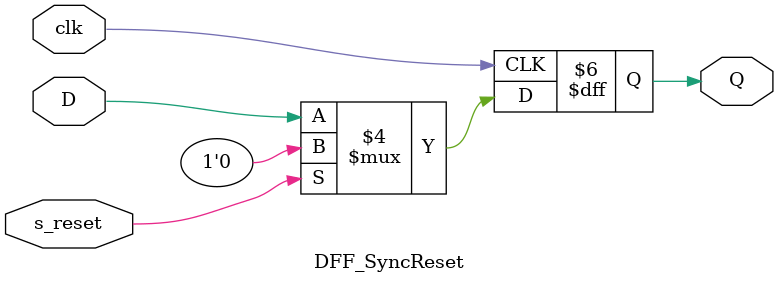
<source format=v>
`timescale 1ns / 1ps


module DFF_SyncReset(
    input D,
    input clk,
    input s_reset,
    output reg Q
    );
    
    always @(posedge clk) 
    begin 
        if (s_reset == 1'b1) 
            Q <= 1'b0; 
        else 
            Q <= D; 
    end 
endmodule

</source>
